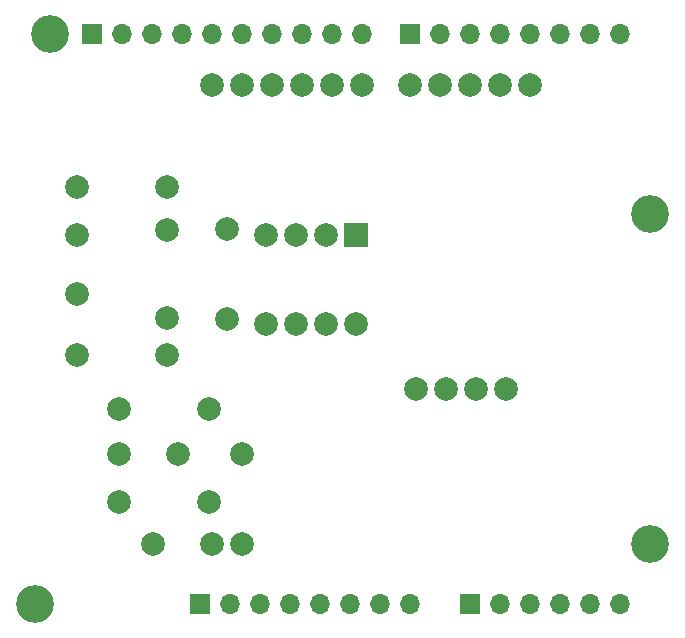
<source format=gbr>
%TF.GenerationSoftware,KiCad,Pcbnew,(6.0.11)*%
%TF.CreationDate,2023-04-06T20:22:21+02:00*%
%TF.ProjectId,ProjetCapteur,50726f6a-6574-4436-9170-746575722e6b,rev?*%
%TF.SameCoordinates,Original*%
%TF.FileFunction,Soldermask,Top*%
%TF.FilePolarity,Negative*%
%FSLAX46Y46*%
G04 Gerber Fmt 4.6, Leading zero omitted, Abs format (unit mm)*
G04 Created by KiCad (PCBNEW (6.0.11)) date 2023-04-06 20:22:21*
%MOMM*%
%LPD*%
G01*
G04 APERTURE LIST*
%ADD10C,2.000000*%
%ADD11R,1.700000X1.700000*%
%ADD12O,1.700000X1.700000*%
%ADD13C,3.200000*%
%ADD14R,2.000000X2.000000*%
G04 APERTURE END LIST*
D10*
%TO.C,R4*%
X130226000Y-65710000D03*
X130226000Y-73330000D03*
%TD*%
%TO.C,C3*%
X125146000Y-65770000D03*
X125146000Y-73270000D03*
%TD*%
%TO.C,R6*%
X117526000Y-62154000D03*
X125146000Y-62154000D03*
%TD*%
%TO.C,C4*%
X117526000Y-66258000D03*
X117526000Y-71258000D03*
%TD*%
%TO.C,U2*%
X153848000Y-79268000D03*
X151308000Y-79268000D03*
X148768000Y-79268000D03*
X146228000Y-79268000D03*
%TD*%
D11*
%TO.C,J1*%
X127940000Y-97460000D03*
D12*
X130480000Y-97460000D03*
X133020000Y-97460000D03*
X135560000Y-97460000D03*
X138100000Y-97460000D03*
X140640000Y-97460000D03*
X143180000Y-97460000D03*
X145720000Y-97460000D03*
%TD*%
D11*
%TO.C,J3*%
X150800000Y-97460000D03*
D12*
X153340000Y-97460000D03*
X155880000Y-97460000D03*
X158420000Y-97460000D03*
X160960000Y-97460000D03*
X163500000Y-97460000D03*
%TD*%
D11*
%TO.C,J2*%
X118796000Y-49200000D03*
D12*
X121336000Y-49200000D03*
X123876000Y-49200000D03*
X126416000Y-49200000D03*
X128956000Y-49200000D03*
X131496000Y-49200000D03*
X134036000Y-49200000D03*
X136576000Y-49200000D03*
X139116000Y-49200000D03*
X141656000Y-49200000D03*
%TD*%
D11*
%TO.C,J4*%
X145720000Y-49200000D03*
D12*
X148260000Y-49200000D03*
X150800000Y-49200000D03*
X153340000Y-49200000D03*
X155880000Y-49200000D03*
X158420000Y-49200000D03*
X160960000Y-49200000D03*
X163500000Y-49200000D03*
%TD*%
D10*
%TO.C,R2*%
X121082000Y-80950000D03*
X128702000Y-80950000D03*
%TD*%
%TO.C,R3*%
X128702000Y-88824000D03*
X121082000Y-88824000D03*
%TD*%
%TO.C,U4*%
X155880000Y-53518000D03*
X153340000Y-53518000D03*
X150800000Y-53518000D03*
X148260000Y-53518000D03*
X145720000Y-53518000D03*
%TD*%
D13*
%TO.C,MH1*%
X115240000Y-49200000D03*
%TD*%
D10*
%TO.C,U1*%
X141656000Y-53518000D03*
X139116000Y-53518000D03*
X136576000Y-53518000D03*
X134036000Y-53518000D03*
X131496000Y-53518000D03*
X128956000Y-53518000D03*
%TD*%
%TO.C,R5*%
X117526000Y-76378000D03*
X125146000Y-76378000D03*
%TD*%
%TO.C,R1*%
X131496000Y-92380000D03*
X131496000Y-84760000D03*
%TD*%
D14*
%TO.C,U3*%
X141148000Y-66268000D03*
D10*
X138608000Y-66268000D03*
X136068000Y-66268000D03*
X133528000Y-66268000D03*
X133528000Y-73788000D03*
X136068000Y-73788000D03*
X138608000Y-73788000D03*
X141148000Y-73788000D03*
%TD*%
%TO.C,C2*%
X123916000Y-92380000D03*
X128916000Y-92380000D03*
%TD*%
%TO.C,C1*%
X126082000Y-84760000D03*
X121082000Y-84760000D03*
%TD*%
D13*
%TO.C,MH2*%
X113970000Y-97460000D03*
%TD*%
%TO.C,MH3*%
X166040000Y-64440000D03*
%TD*%
%TO.C,MH4*%
X166040000Y-92380000D03*
%TD*%
M02*

</source>
